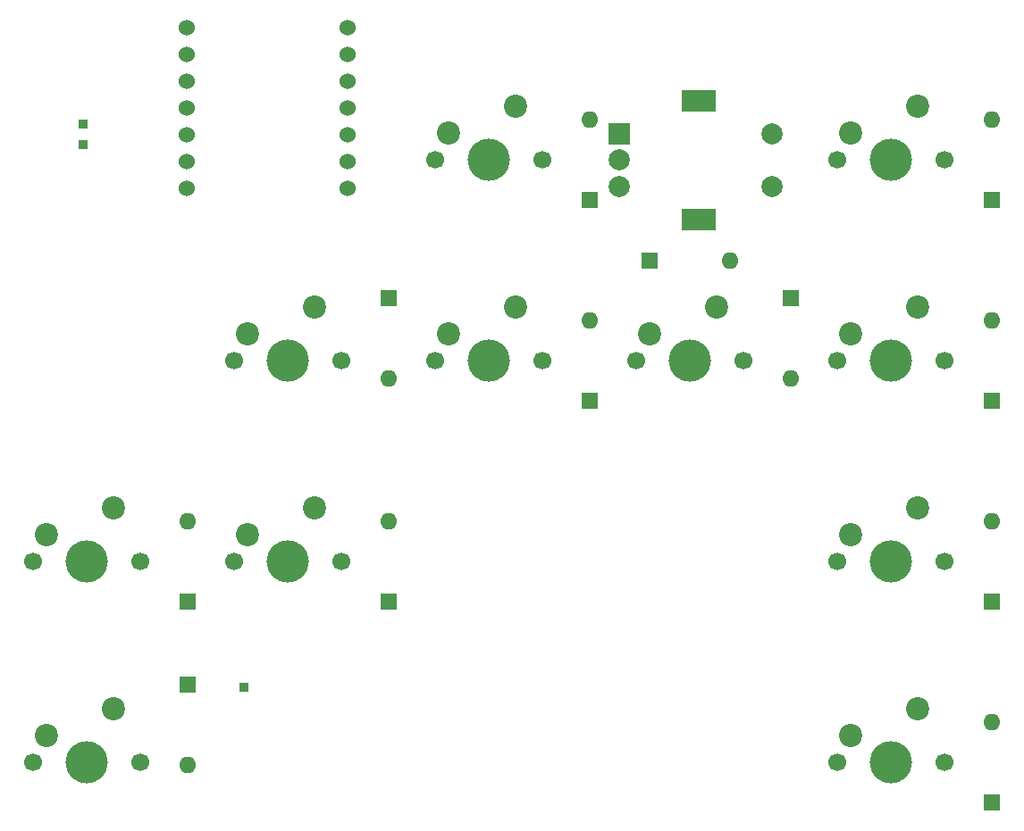
<source format=gbr>
%TF.GenerationSoftware,KiCad,Pcbnew,8.99.0-3401-ge9e4e7a3ff*%
%TF.CreationDate,2025-02-25T13:13:07+01:00*%
%TF.ProjectId,hackpad,6861636b-7061-4642-9e6b-696361645f70,rev?*%
%TF.SameCoordinates,Original*%
%TF.FileFunction,Soldermask,Bot*%
%TF.FilePolarity,Negative*%
%FSLAX46Y46*%
G04 Gerber Fmt 4.6, Leading zero omitted, Abs format (unit mm)*
G04 Created by KiCad (PCBNEW 8.99.0-3401-ge9e4e7a3ff) date 2025-02-25 13:13:07*
%MOMM*%
%LPD*%
G01*
G04 APERTURE LIST*
%ADD10C,1.700000*%
%ADD11C,4.000000*%
%ADD12C,2.200000*%
%ADD13R,0.850000X0.850000*%
%ADD14R,1.600000X1.600000*%
%ADD15O,1.600000X1.600000*%
%ADD16C,1.524000*%
%ADD17R,2.000000X2.000000*%
%ADD18C,2.000000*%
%ADD19R,3.200000X2.000000*%
G04 APERTURE END LIST*
D10*
%TO.C,SW2*%
X113823750Y-64611250D03*
D11*
X118903750Y-64611250D03*
D10*
X123983750Y-64611250D03*
D12*
X121443750Y-59531250D03*
X115093750Y-62071250D03*
%TD*%
D13*
%TO.C,J3*%
X42303750Y-44111250D03*
%TD*%
D14*
%TO.C,D12*%
X52228726Y-95329404D03*
D15*
X52228726Y-102949404D03*
%TD*%
D10*
%TO.C,SW5*%
X75723750Y-45561250D03*
D11*
X80803750Y-45561250D03*
D10*
X85883750Y-45561250D03*
D12*
X83343750Y-40481250D03*
X76993750Y-43021250D03*
%TD*%
D14*
%TO.C,D10*%
X71278742Y-87471266D03*
D15*
X71278742Y-79851266D03*
%TD*%
D13*
%TO.C,J2*%
X57586543Y-95567526D03*
%TD*%
%TO.C,J1*%
X42303750Y-42111250D03*
%TD*%
D10*
%TO.C,SW11*%
X37623750Y-83661250D03*
D11*
X42703750Y-83661250D03*
D10*
X47783750Y-83661250D03*
D12*
X45243750Y-78581250D03*
X38893750Y-81121250D03*
%TD*%
D10*
%TO.C,SW7*%
X94773750Y-64611250D03*
D11*
X99853750Y-64611250D03*
D10*
X104933750Y-64611250D03*
D12*
X102393750Y-59531250D03*
X96043750Y-62071250D03*
%TD*%
D10*
%TO.C,SW10*%
X56673750Y-83661250D03*
D11*
X61753750Y-83661250D03*
D10*
X66833750Y-83661250D03*
D12*
X64293750Y-78581250D03*
X57943750Y-81121250D03*
%TD*%
D16*
%TO.C,U1*%
X52130000Y-33011250D03*
X52130000Y-35551250D03*
X52130000Y-38091250D03*
X52130000Y-40631250D03*
X52130000Y-43171250D03*
X52130000Y-45711250D03*
X52130000Y-48251250D03*
X67370000Y-48251250D03*
X67370000Y-45711250D03*
X67370000Y-43171250D03*
X67370000Y-40631250D03*
X67370000Y-38091250D03*
X67370000Y-35551250D03*
X67370000Y-33011250D03*
%TD*%
D10*
%TO.C,SW8*%
X75723750Y-64611250D03*
D11*
X80803750Y-64611250D03*
D10*
X85883750Y-64611250D03*
D12*
X83343750Y-59531250D03*
X76993750Y-62071250D03*
%TD*%
D17*
%TO.C,SW3*%
X93153750Y-43061250D03*
D18*
X93153750Y-48061250D03*
X93153750Y-45561250D03*
D19*
X100653750Y-39961250D03*
X100653750Y-51161250D03*
D18*
X107653750Y-48061250D03*
X107653750Y-43061250D03*
%TD*%
D14*
%TO.C,D11*%
X52228726Y-87471266D03*
D15*
X52228726Y-79851266D03*
%TD*%
D10*
%TO.C,SW12*%
X37623750Y-102711250D03*
D11*
X42703750Y-102711250D03*
D10*
X47783750Y-102711250D03*
D12*
X45243750Y-97631250D03*
X38893750Y-100171250D03*
%TD*%
D10*
%TO.C,SW9*%
X56673750Y-64611250D03*
D11*
X61753750Y-64611250D03*
D10*
X66833750Y-64611250D03*
D12*
X64293750Y-59531250D03*
X57943750Y-62071250D03*
%TD*%
D10*
%TO.C,SW1*%
X113823750Y-45561250D03*
D11*
X118903750Y-45561250D03*
D10*
X123983750Y-45561250D03*
D12*
X121443750Y-40481250D03*
X115093750Y-43021250D03*
%TD*%
D10*
%TO.C,SW6*%
X113820000Y-83642500D03*
D11*
X118900000Y-83642500D03*
D10*
X123980000Y-83642500D03*
D12*
X121440000Y-78562500D03*
X115090000Y-81102500D03*
%TD*%
D10*
%TO.C,SW4*%
X113820000Y-102692500D03*
D11*
X118900000Y-102692500D03*
D10*
X123980000Y-102692500D03*
D12*
X121440000Y-97612500D03*
X115090000Y-100152500D03*
%TD*%
D14*
%TO.C,D5*%
X90328758Y-49371234D03*
D15*
X90328758Y-41751234D03*
%TD*%
D14*
%TO.C,D6*%
X96043766Y-55086242D03*
D15*
X103663766Y-55086242D03*
%TD*%
D14*
%TO.C,D2*%
X128428790Y-68421250D03*
D15*
X128428790Y-60801250D03*
%TD*%
D14*
%TO.C,D7*%
X109378774Y-58658120D03*
D15*
X109378774Y-66278120D03*
%TD*%
D14*
%TO.C,D8*%
X90328758Y-68421250D03*
D15*
X90328758Y-60801250D03*
%TD*%
D14*
%TO.C,D4*%
X128428790Y-106521282D03*
D15*
X128428790Y-98901282D03*
%TD*%
D14*
%TO.C,D1*%
X128428790Y-49371234D03*
D15*
X128428790Y-41751234D03*
%TD*%
D14*
%TO.C,D9*%
X71278742Y-58658120D03*
D15*
X71278742Y-66278120D03*
%TD*%
D14*
%TO.C,D3*%
X128428790Y-87471266D03*
D15*
X128428790Y-79851266D03*
%TD*%
M02*

</source>
